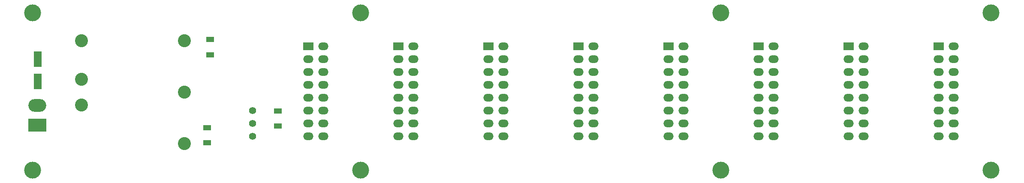
<source format=gts>
G04 #@! TF.FileFunction,Soldermask,Top*
%FSLAX46Y46*%
G04 Gerber Fmt 4.6, Leading zero omitted, Abs format (unit mm)*
G04 Created by KiCad (PCBNEW 4.0.2-stable) date 2017-01-08 12:52:35 PM*
%MOMM*%
G01*
G04 APERTURE LIST*
%ADD10C,0.200000*%
%ADD11C,3.322000*%
%ADD12R,1.620000X3.020000*%
%ADD13R,1.620000X1.020000*%
%ADD14C,2.560000*%
%ADD15C,1.420000*%
%ADD16O,2.020000X1.520000*%
%ADD17R,2.020000X1.520000*%
%ADD18O,3.520000X2.520000*%
%ADD19R,3.520000X2.520000*%
G04 APERTURE END LIST*
D10*
D11*
X107950000Y-112077500D03*
X179070000Y-112077500D03*
X179070000Y-80962500D03*
X107950000Y-80962500D03*
X43180000Y-112077500D03*
X232410000Y-112077500D03*
X232410000Y-80962500D03*
D12*
X44196000Y-94529000D03*
X44196000Y-90129000D03*
D13*
X77597000Y-106656000D03*
X77597000Y-103656000D03*
X78232000Y-89257000D03*
X78232000Y-86257000D03*
X91567000Y-100354000D03*
X91567000Y-103354000D03*
D14*
X52832000Y-99187000D03*
X52832000Y-94107000D03*
X52832000Y-86487000D03*
X73152000Y-86487000D03*
X73152000Y-96647000D03*
X73152000Y-106807000D03*
D15*
X86614000Y-102870000D03*
X86614000Y-105410000D03*
X86614000Y-100330000D03*
D16*
X136140000Y-105410000D03*
X133100000Y-105410000D03*
X133100000Y-102870000D03*
X136140000Y-102870000D03*
X136140000Y-100330000D03*
X133100000Y-100330000D03*
X133100000Y-97790000D03*
X136140000Y-97790000D03*
X136140000Y-95250000D03*
X133100000Y-95250000D03*
D17*
X133100000Y-87630000D03*
D16*
X136140000Y-87630000D03*
X133100000Y-90170000D03*
X136140000Y-90170000D03*
X133100000Y-92710000D03*
X136140000Y-92710000D03*
X118360000Y-105410000D03*
X115320000Y-105410000D03*
X115320000Y-102870000D03*
X118360000Y-102870000D03*
X118360000Y-100330000D03*
X115320000Y-100330000D03*
X115320000Y-97790000D03*
X118360000Y-97790000D03*
X118360000Y-95250000D03*
X115320000Y-95250000D03*
D17*
X115320000Y-87630000D03*
D16*
X118360000Y-87630000D03*
X115320000Y-90170000D03*
X118360000Y-90170000D03*
X115320000Y-92710000D03*
X118360000Y-92710000D03*
X153920000Y-105410000D03*
X150880000Y-105410000D03*
X150880000Y-102870000D03*
X153920000Y-102870000D03*
X153920000Y-100330000D03*
X150880000Y-100330000D03*
X150880000Y-97790000D03*
X153920000Y-97790000D03*
X153920000Y-95250000D03*
X150880000Y-95250000D03*
D17*
X150880000Y-87630000D03*
D16*
X153920000Y-87630000D03*
X150880000Y-90170000D03*
X153920000Y-90170000D03*
X150880000Y-92710000D03*
X153920000Y-92710000D03*
X171700000Y-105410000D03*
X168660000Y-105410000D03*
X168660000Y-102870000D03*
X171700000Y-102870000D03*
X171700000Y-100330000D03*
X168660000Y-100330000D03*
X168660000Y-97790000D03*
X171700000Y-97790000D03*
X171700000Y-95250000D03*
X168660000Y-95250000D03*
D17*
X168660000Y-87630000D03*
D16*
X171700000Y-87630000D03*
X168660000Y-90170000D03*
X171700000Y-90170000D03*
X168660000Y-92710000D03*
X171700000Y-92710000D03*
X189480000Y-105410000D03*
X186440000Y-105410000D03*
X186440000Y-102870000D03*
X189480000Y-102870000D03*
X189480000Y-100330000D03*
X186440000Y-100330000D03*
X186440000Y-97790000D03*
X189480000Y-97790000D03*
X189480000Y-95250000D03*
X186440000Y-95250000D03*
D17*
X186440000Y-87630000D03*
D16*
X189480000Y-87630000D03*
X186440000Y-90170000D03*
X189480000Y-90170000D03*
X186440000Y-92710000D03*
X189480000Y-92710000D03*
X225040000Y-105410000D03*
X222000000Y-105410000D03*
X222000000Y-102870000D03*
X225040000Y-102870000D03*
X225040000Y-100330000D03*
X222000000Y-100330000D03*
X222000000Y-97790000D03*
X225040000Y-97790000D03*
X225040000Y-95250000D03*
X222000000Y-95250000D03*
D17*
X222000000Y-87630000D03*
D16*
X225040000Y-87630000D03*
X222000000Y-90170000D03*
X225040000Y-90170000D03*
X222000000Y-92710000D03*
X225040000Y-92710000D03*
X207260000Y-105410000D03*
X204220000Y-105410000D03*
X204220000Y-102870000D03*
X207260000Y-102870000D03*
X207260000Y-100330000D03*
X204220000Y-100330000D03*
X204220000Y-97790000D03*
X207260000Y-97790000D03*
X207260000Y-95250000D03*
X204220000Y-95250000D03*
D17*
X204220000Y-87630000D03*
D16*
X207260000Y-87630000D03*
X204220000Y-90170000D03*
X207260000Y-90170000D03*
X204220000Y-92710000D03*
X207260000Y-92710000D03*
X100580000Y-105410000D03*
X97540000Y-105410000D03*
X97540000Y-102870000D03*
X100580000Y-102870000D03*
X100580000Y-100330000D03*
X97540000Y-100330000D03*
X97540000Y-97790000D03*
X100580000Y-97790000D03*
X100580000Y-95250000D03*
X97540000Y-95250000D03*
D17*
X97540000Y-87630000D03*
D16*
X100580000Y-87630000D03*
X97540000Y-90170000D03*
X100580000Y-90170000D03*
X97540000Y-92710000D03*
X100580000Y-92710000D03*
D11*
X43180000Y-80962500D03*
D18*
X44069000Y-99239000D03*
D19*
X44069000Y-103199000D03*
M02*

</source>
